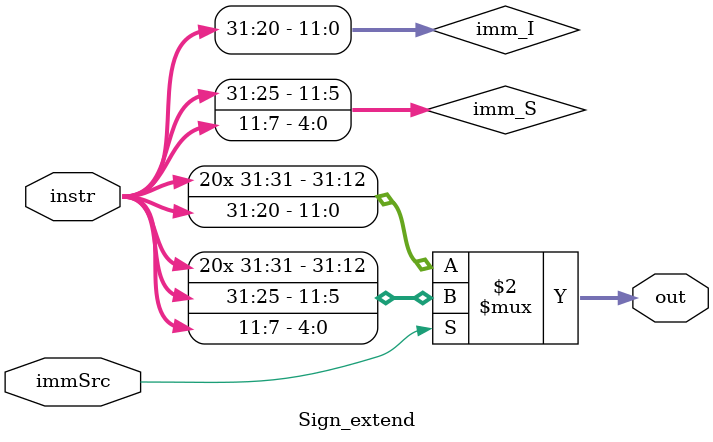
<source format=v>
`timescale 1ns / 1ps


module Sign_extend(
    input  wire [31:0] instr,
    input  wire        immSrc, // 0 -> I-type, 1 -> S-type
    output wire [31:0] out
);
    wire [11:0] imm_I = instr[31:20];
    wire [11:0] imm_S = {instr[31:25], instr[11:7]};

    assign out = (immSrc == 1'b1) ? {{20{imm_S[11]}}, imm_S} : {{20{imm_I[11]}}, imm_I};
endmodule

</source>
